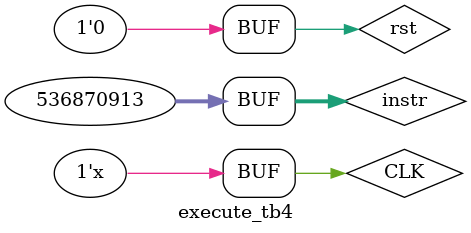
<source format=v>
`timescale 1ns / 1ps


module execute_tb4;

	// Inputs
	reg CLK;
	reg rst;
	reg [31:0] instr;

	// Outputs
	wire [31:0] busA;
	wire [31:0] busB;
	wire [31:0] busW;
	wire [31:0] reg0;
	wire [31:0] reg1;
	wire [31:0] reg2;
	wire [31:0] reg3;
	wire [31:0] reg4;
	wire [31:0] reg5;
	wire [31:0] reg6;
	wire [31:0] reg7;
	wire [31:0] reg8;
	wire [31:0] reg9;
	wire [31:0] reg10;
	wire [31:0] reg11;
	wire [31:0] reg12;
	wire [31:0] reg13;
	wire [31:0] reg14;
	wire [31:0] reg15;
	wire [31:0] reg16;
	wire [31:0] reg17;
	wire [31:0] reg18;
	wire [31:0] reg19;
	wire [31:0] reg20;
	wire [31:0] reg21;
	wire [31:0] reg22;
	wire [31:0] reg23;
	wire [31:0] reg24;
	wire [31:0] reg25;
	wire [31:0] reg26;
	wire [31:0] reg27;
	wire [31:0] reg29;
	wire [31:0] reg30;
	wire [31:0] reg31;

	// Instantiate the Unit Under Test (UUT)
	execute_unit uut (
		.CLK(CLK), 
		.rst(rst), 
		.instr(instr), 
		.busA(busA), 
		.busB(busB), 
		.busW(busW), 
		.reg0(reg0), 
		.reg1(reg1), 
		.reg2(reg2), 
		.reg3(reg3), 
		.reg4(reg4), 
		.reg5(reg5), 
		.reg6(reg6), 
		.reg7(reg7), 
		.reg8(reg8), 
		.reg9(reg9), 
		.reg10(reg10), 
		.reg11(reg11), 
		.reg12(reg12), 
		.reg13(reg13), 
		.reg14(reg14), 
		.reg15(reg15), 
		.reg16(reg16), 
		.reg17(reg17), 
		.reg18(reg18), 
		.reg19(reg19), 
		.reg20(reg20), 
		.reg21(reg21), 
		.reg22(reg22), 
		.reg23(reg23), 
		.reg24(reg24), 
		.reg25(reg25), 
		.reg26(reg26), 
		.reg27(reg27), 
		.reg29(reg29), 
		.reg30(reg30), 
		.reg31(reg31)
	);

	initial begin
		// Initialize Inputs
		CLK = 0;
		rst = 0;
	//	instr = 32'b00000000000000000000100000100000;
		instr = 32'b00100000000000000000000000000001;

		// Wait 100 ns for global reset to finish
		//#100;
        
		// Add stimulus here
		#10;
	//	instr = 32'b00000000000000010000100000100000;
	instr = 32'b00100000000000000000000000000001;

	end
	always #10 CLK=~CLK;
      
endmodule


</source>
